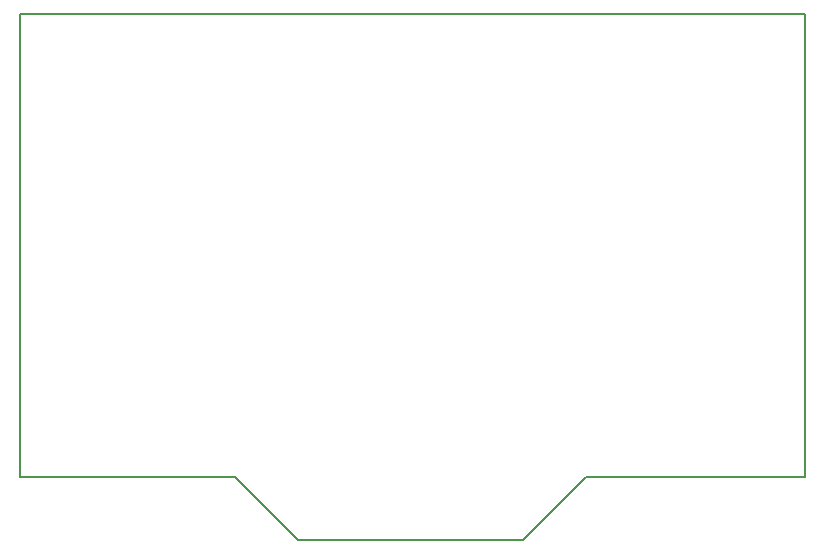
<source format=gm1>
G04*
G04 #@! TF.GenerationSoftware,Altium Limited,Altium Designer,20.0.13 (296)*
G04*
G04 Layer_Color=16711935*
%FSLAX44Y44*%
%MOMM*%
G71*
G01*
G75*
%ADD13C,0.1270*%
D13*
X664210Y0D02*
Y392430D01*
X478790Y0D02*
X664210D01*
X0Y392430D02*
X664210D01*
X0Y0D02*
Y392430D01*
X425450Y-53340D02*
X478790Y0D01*
X234950Y-53340D02*
X425450D01*
X181610Y0D02*
X234950Y-53340D01*
X0Y0D02*
X181610D01*
M02*

</source>
